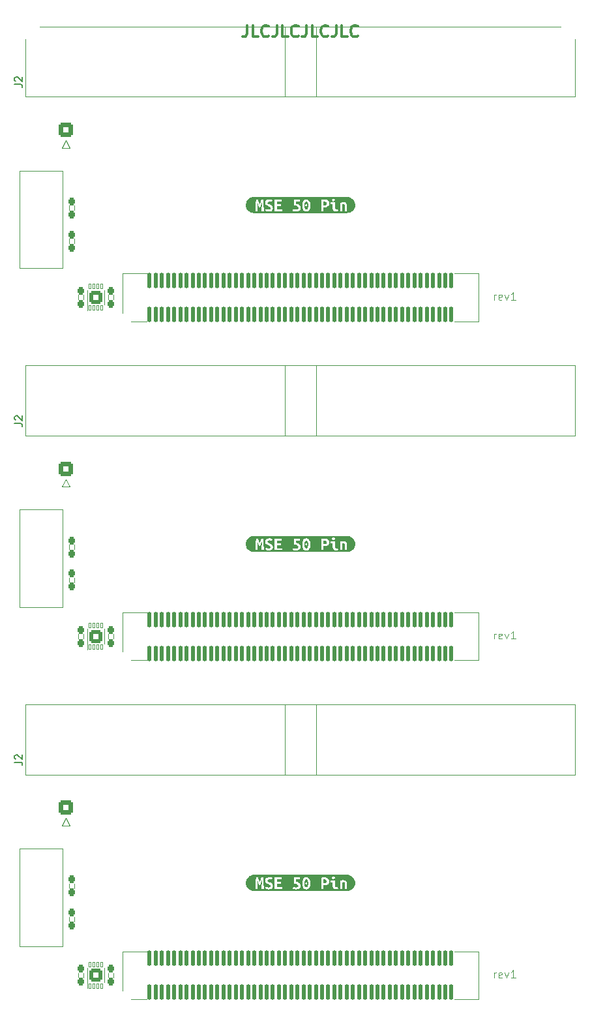
<source format=gto>
G04 #@! TF.GenerationSoftware,KiCad,Pcbnew,8.0.6*
G04 #@! TF.CreationDate,2024-11-07T02:27:35-08:00*
G04 #@! TF.ProjectId,mse-50-idc-panel,6d73652d-3530-42d6-9964-632d70616e65,1*
G04 #@! TF.SameCoordinates,Original*
G04 #@! TF.FileFunction,Legend,Top*
G04 #@! TF.FilePolarity,Positive*
%FSLAX46Y46*%
G04 Gerber Fmt 4.6, Leading zero omitted, Abs format (unit mm)*
G04 Created by KiCad (PCBNEW 8.0.6) date 2024-11-07 02:27:35*
%MOMM*%
%LPD*%
G01*
G04 APERTURE LIST*
G04 Aperture macros list*
%AMRoundRect*
0 Rectangle with rounded corners*
0 $1 Rounding radius*
0 $2 $3 $4 $5 $6 $7 $8 $9 X,Y pos of 4 corners*
0 Add a 4 corners polygon primitive as box body*
4,1,4,$2,$3,$4,$5,$6,$7,$8,$9,$2,$3,0*
0 Add four circle primitives for the rounded corners*
1,1,$1+$1,$2,$3*
1,1,$1+$1,$4,$5*
1,1,$1+$1,$6,$7*
1,1,$1+$1,$8,$9*
0 Add four rect primitives between the rounded corners*
20,1,$1+$1,$2,$3,$4,$5,0*
20,1,$1+$1,$4,$5,$6,$7,0*
20,1,$1+$1,$6,$7,$8,$9,0*
20,1,$1+$1,$8,$9,$2,$3,0*%
G04 Aperture macros list end*
%ADD10C,0.100000*%
%ADD11C,0.300000*%
%ADD12C,0.150000*%
%ADD13C,0.120000*%
%ADD14C,0.000000*%
%ADD15C,0.500000*%
%ADD16RoundRect,0.264706X0.635294X-0.635294X0.635294X0.635294X-0.635294X0.635294X-0.635294X-0.635294X0*%
%ADD17C,1.800000*%
%ADD18C,6.500000*%
%ADD19RoundRect,0.062500X0.137500X-0.287500X0.137500X0.287500X-0.137500X0.287500X-0.137500X-0.287500X0*%
%ADD20RoundRect,0.265625X0.584375X-0.584375X0.584375X0.584375X-0.584375X0.584375X-0.584375X-0.584375X0*%
%ADD21RoundRect,0.225000X-0.225000X0.275000X-0.225000X-0.275000X0.225000X-0.275000X0.225000X0.275000X0*%
%ADD22C,2.300000*%
%ADD23C,2.700000*%
%ADD24C,1.950000*%
%ADD25RoundRect,0.225000X0.225000X-0.275000X0.225000X0.275000X-0.225000X0.275000X-0.225000X-0.275000X0*%
%ADD26C,0.800000*%
%ADD27C,1.200000*%
%ADD28RoundRect,0.125000X0.125000X0.925000X-0.125000X0.925000X-0.125000X-0.925000X0.125000X-0.925000X0*%
%ADD29C,2.500000*%
G04 APERTURE END LIST*
D10*
X-12357143Y98679581D02*
X-12357143Y99346248D01*
X-12357143Y99155772D02*
X-12309524Y99251010D01*
X-12309524Y99251010D02*
X-12261905Y99298629D01*
X-12261905Y99298629D02*
X-12166667Y99346248D01*
X-12166667Y99346248D02*
X-12071429Y99346248D01*
X-11357143Y98727200D02*
X-11452381Y98679581D01*
X-11452381Y98679581D02*
X-11642857Y98679581D01*
X-11642857Y98679581D02*
X-11738095Y98727200D01*
X-11738095Y98727200D02*
X-11785714Y98822439D01*
X-11785714Y98822439D02*
X-11785714Y99203391D01*
X-11785714Y99203391D02*
X-11738095Y99298629D01*
X-11738095Y99298629D02*
X-11642857Y99346248D01*
X-11642857Y99346248D02*
X-11452381Y99346248D01*
X-11452381Y99346248D02*
X-11357143Y99298629D01*
X-11357143Y99298629D02*
X-11309524Y99203391D01*
X-11309524Y99203391D02*
X-11309524Y99108153D01*
X-11309524Y99108153D02*
X-11785714Y99012915D01*
X-10976190Y99346248D02*
X-10738095Y98679581D01*
X-10738095Y98679581D02*
X-10500000Y99346248D01*
X-9595238Y98679581D02*
X-10166666Y98679581D01*
X-9880952Y98679581D02*
X-9880952Y99679581D01*
X-9880952Y99679581D02*
X-9976190Y99536724D01*
X-9976190Y99536724D02*
X-10071428Y99441486D01*
X-10071428Y99441486D02*
X-10166666Y99393867D01*
D11*
X-44428572Y134325172D02*
X-44428572Y133253743D01*
X-44428572Y133253743D02*
X-44500001Y133039458D01*
X-44500001Y133039458D02*
X-44642858Y132896600D01*
X-44642858Y132896600D02*
X-44857144Y132825172D01*
X-44857144Y132825172D02*
X-45000001Y132825172D01*
X-43000001Y132825172D02*
X-43714287Y132825172D01*
X-43714287Y132825172D02*
X-43714287Y134325172D01*
X-41642858Y132968029D02*
X-41714286Y132896600D01*
X-41714286Y132896600D02*
X-41928572Y132825172D01*
X-41928572Y132825172D02*
X-42071429Y132825172D01*
X-42071429Y132825172D02*
X-42285715Y132896600D01*
X-42285715Y132896600D02*
X-42428572Y133039458D01*
X-42428572Y133039458D02*
X-42500001Y133182315D01*
X-42500001Y133182315D02*
X-42571429Y133468029D01*
X-42571429Y133468029D02*
X-42571429Y133682315D01*
X-42571429Y133682315D02*
X-42500001Y133968029D01*
X-42500001Y133968029D02*
X-42428572Y134110886D01*
X-42428572Y134110886D02*
X-42285715Y134253743D01*
X-42285715Y134253743D02*
X-42071429Y134325172D01*
X-42071429Y134325172D02*
X-41928572Y134325172D01*
X-41928572Y134325172D02*
X-41714286Y134253743D01*
X-41714286Y134253743D02*
X-41642858Y134182315D01*
X-40571429Y134325172D02*
X-40571429Y133253743D01*
X-40571429Y133253743D02*
X-40642858Y133039458D01*
X-40642858Y133039458D02*
X-40785715Y132896600D01*
X-40785715Y132896600D02*
X-41000001Y132825172D01*
X-41000001Y132825172D02*
X-41142858Y132825172D01*
X-39142858Y132825172D02*
X-39857144Y132825172D01*
X-39857144Y132825172D02*
X-39857144Y134325172D01*
X-37785715Y132968029D02*
X-37857143Y132896600D01*
X-37857143Y132896600D02*
X-38071429Y132825172D01*
X-38071429Y132825172D02*
X-38214286Y132825172D01*
X-38214286Y132825172D02*
X-38428572Y132896600D01*
X-38428572Y132896600D02*
X-38571429Y133039458D01*
X-38571429Y133039458D02*
X-38642858Y133182315D01*
X-38642858Y133182315D02*
X-38714286Y133468029D01*
X-38714286Y133468029D02*
X-38714286Y133682315D01*
X-38714286Y133682315D02*
X-38642858Y133968029D01*
X-38642858Y133968029D02*
X-38571429Y134110886D01*
X-38571429Y134110886D02*
X-38428572Y134253743D01*
X-38428572Y134253743D02*
X-38214286Y134325172D01*
X-38214286Y134325172D02*
X-38071429Y134325172D01*
X-38071429Y134325172D02*
X-37857143Y134253743D01*
X-37857143Y134253743D02*
X-37785715Y134182315D01*
X-36714286Y134325172D02*
X-36714286Y133253743D01*
X-36714286Y133253743D02*
X-36785715Y133039458D01*
X-36785715Y133039458D02*
X-36928572Y132896600D01*
X-36928572Y132896600D02*
X-37142858Y132825172D01*
X-37142858Y132825172D02*
X-37285715Y132825172D01*
X-35285715Y132825172D02*
X-36000001Y132825172D01*
X-36000001Y132825172D02*
X-36000001Y134325172D01*
X-33928572Y132968029D02*
X-34000000Y132896600D01*
X-34000000Y132896600D02*
X-34214286Y132825172D01*
X-34214286Y132825172D02*
X-34357143Y132825172D01*
X-34357143Y132825172D02*
X-34571429Y132896600D01*
X-34571429Y132896600D02*
X-34714286Y133039458D01*
X-34714286Y133039458D02*
X-34785715Y133182315D01*
X-34785715Y133182315D02*
X-34857143Y133468029D01*
X-34857143Y133468029D02*
X-34857143Y133682315D01*
X-34857143Y133682315D02*
X-34785715Y133968029D01*
X-34785715Y133968029D02*
X-34714286Y134110886D01*
X-34714286Y134110886D02*
X-34571429Y134253743D01*
X-34571429Y134253743D02*
X-34357143Y134325172D01*
X-34357143Y134325172D02*
X-34214286Y134325172D01*
X-34214286Y134325172D02*
X-34000000Y134253743D01*
X-34000000Y134253743D02*
X-33928572Y134182315D01*
X-32857143Y134325172D02*
X-32857143Y133253743D01*
X-32857143Y133253743D02*
X-32928572Y133039458D01*
X-32928572Y133039458D02*
X-33071429Y132896600D01*
X-33071429Y132896600D02*
X-33285715Y132825172D01*
X-33285715Y132825172D02*
X-33428572Y132825172D01*
X-31428572Y132825172D02*
X-32142858Y132825172D01*
X-32142858Y132825172D02*
X-32142858Y134325172D01*
X-30071429Y132968029D02*
X-30142857Y132896600D01*
X-30142857Y132896600D02*
X-30357143Y132825172D01*
X-30357143Y132825172D02*
X-30500000Y132825172D01*
X-30500000Y132825172D02*
X-30714286Y132896600D01*
X-30714286Y132896600D02*
X-30857143Y133039458D01*
X-30857143Y133039458D02*
X-30928572Y133182315D01*
X-30928572Y133182315D02*
X-31000000Y133468029D01*
X-31000000Y133468029D02*
X-31000000Y133682315D01*
X-31000000Y133682315D02*
X-30928572Y133968029D01*
X-30928572Y133968029D02*
X-30857143Y134110886D01*
X-30857143Y134110886D02*
X-30714286Y134253743D01*
X-30714286Y134253743D02*
X-30500000Y134325172D01*
X-30500000Y134325172D02*
X-30357143Y134325172D01*
X-30357143Y134325172D02*
X-30142857Y134253743D01*
X-30142857Y134253743D02*
X-30071429Y134182315D01*
D10*
X-12357143Y54679581D02*
X-12357143Y55346248D01*
X-12357143Y55155772D02*
X-12309524Y55251010D01*
X-12309524Y55251010D02*
X-12261905Y55298629D01*
X-12261905Y55298629D02*
X-12166667Y55346248D01*
X-12166667Y55346248D02*
X-12071429Y55346248D01*
X-11357143Y54727200D02*
X-11452381Y54679581D01*
X-11452381Y54679581D02*
X-11642857Y54679581D01*
X-11642857Y54679581D02*
X-11738095Y54727200D01*
X-11738095Y54727200D02*
X-11785714Y54822439D01*
X-11785714Y54822439D02*
X-11785714Y55203391D01*
X-11785714Y55203391D02*
X-11738095Y55298629D01*
X-11738095Y55298629D02*
X-11642857Y55346248D01*
X-11642857Y55346248D02*
X-11452381Y55346248D01*
X-11452381Y55346248D02*
X-11357143Y55298629D01*
X-11357143Y55298629D02*
X-11309524Y55203391D01*
X-11309524Y55203391D02*
X-11309524Y55108153D01*
X-11309524Y55108153D02*
X-11785714Y55012915D01*
X-10976190Y55346248D02*
X-10738095Y54679581D01*
X-10738095Y54679581D02*
X-10500000Y55346248D01*
X-9595238Y54679581D02*
X-10166666Y54679581D01*
X-9880952Y54679581D02*
X-9880952Y55679581D01*
X-9880952Y55679581D02*
X-9976190Y55536724D01*
X-9976190Y55536724D02*
X-10071428Y55441486D01*
X-10071428Y55441486D02*
X-10166666Y55393867D01*
X-12357143Y10679581D02*
X-12357143Y11346248D01*
X-12357143Y11155772D02*
X-12309524Y11251010D01*
X-12309524Y11251010D02*
X-12261905Y11298629D01*
X-12261905Y11298629D02*
X-12166667Y11346248D01*
X-12166667Y11346248D02*
X-12071429Y11346248D01*
X-11357143Y10727200D02*
X-11452381Y10679581D01*
X-11452381Y10679581D02*
X-11642857Y10679581D01*
X-11642857Y10679581D02*
X-11738095Y10727200D01*
X-11738095Y10727200D02*
X-11785714Y10822439D01*
X-11785714Y10822439D02*
X-11785714Y11203391D01*
X-11785714Y11203391D02*
X-11738095Y11298629D01*
X-11738095Y11298629D02*
X-11642857Y11346248D01*
X-11642857Y11346248D02*
X-11452381Y11346248D01*
X-11452381Y11346248D02*
X-11357143Y11298629D01*
X-11357143Y11298629D02*
X-11309524Y11203391D01*
X-11309524Y11203391D02*
X-11309524Y11108153D01*
X-11309524Y11108153D02*
X-11785714Y11012915D01*
X-10976190Y11346248D02*
X-10738095Y10679581D01*
X-10738095Y10679581D02*
X-10500000Y11346248D01*
X-9595238Y10679581D02*
X-10166666Y10679581D01*
X-9880952Y10679581D02*
X-9880952Y11679581D01*
X-9880952Y11679581D02*
X-9976190Y11536724D01*
X-9976190Y11536724D02*
X-10071428Y11441486D01*
X-10071428Y11441486D02*
X-10166666Y11393867D01*
D12*
X-74625181Y38643667D02*
X-73910896Y38643667D01*
X-73910896Y38643667D02*
X-73768039Y38596048D01*
X-73768039Y38596048D02*
X-73672800Y38500810D01*
X-73672800Y38500810D02*
X-73625181Y38357953D01*
X-73625181Y38357953D02*
X-73625181Y38262715D01*
X-74529943Y39072239D02*
X-74577562Y39119858D01*
X-74577562Y39119858D02*
X-74625181Y39215096D01*
X-74625181Y39215096D02*
X-74625181Y39453191D01*
X-74625181Y39453191D02*
X-74577562Y39548429D01*
X-74577562Y39548429D02*
X-74529943Y39596048D01*
X-74529943Y39596048D02*
X-74434705Y39643667D01*
X-74434705Y39643667D02*
X-74339467Y39643667D01*
X-74339467Y39643667D02*
X-74196610Y39596048D01*
X-74196610Y39596048D02*
X-73625181Y39024620D01*
X-73625181Y39024620D02*
X-73625181Y39643667D01*
X-74625181Y82643667D02*
X-73910896Y82643667D01*
X-73910896Y82643667D02*
X-73768039Y82596048D01*
X-73768039Y82596048D02*
X-73672800Y82500810D01*
X-73672800Y82500810D02*
X-73625181Y82357953D01*
X-73625181Y82357953D02*
X-73625181Y82262715D01*
X-74529943Y83072239D02*
X-74577562Y83119858D01*
X-74577562Y83119858D02*
X-74625181Y83215096D01*
X-74625181Y83215096D02*
X-74625181Y83453191D01*
X-74625181Y83453191D02*
X-74577562Y83548429D01*
X-74577562Y83548429D02*
X-74529943Y83596048D01*
X-74529943Y83596048D02*
X-74434705Y83643667D01*
X-74434705Y83643667D02*
X-74339467Y83643667D01*
X-74339467Y83643667D02*
X-74196610Y83596048D01*
X-74196610Y83596048D02*
X-73625181Y83024620D01*
X-73625181Y83024620D02*
X-73625181Y83643667D01*
X-74625181Y126643667D02*
X-73910896Y126643667D01*
X-73910896Y126643667D02*
X-73768039Y126596048D01*
X-73768039Y126596048D02*
X-73672800Y126500810D01*
X-73672800Y126500810D02*
X-73625181Y126357953D01*
X-73625181Y126357953D02*
X-73625181Y126262715D01*
X-74529943Y127072239D02*
X-74577562Y127119858D01*
X-74577562Y127119858D02*
X-74625181Y127215096D01*
X-74625181Y127215096D02*
X-74625181Y127453191D01*
X-74625181Y127453191D02*
X-74577562Y127548429D01*
X-74577562Y127548429D02*
X-74529943Y127596048D01*
X-74529943Y127596048D02*
X-74434705Y127643667D01*
X-74434705Y127643667D02*
X-74339467Y127643667D01*
X-74339467Y127643667D02*
X-74196610Y127596048D01*
X-74196610Y127596048D02*
X-73625181Y127024620D01*
X-73625181Y127024620D02*
X-73625181Y127643667D01*
D13*
G04 #@! TO.C,J2*
X-73190000Y46152000D02*
X-1810000Y46152000D01*
X-73190000Y37032000D02*
X-73190000Y46152000D01*
X-68479999Y30412000D02*
X-67480001Y30412000D01*
X-67980000Y31412000D02*
X-68479999Y30412000D01*
X-67480001Y30412000D02*
X-67980000Y31412000D01*
X-39550000Y37032000D02*
X-39550000Y46152000D01*
X-35449999Y37032000D02*
X-35450000Y46152000D01*
X-1810000Y46152000D02*
X-1810000Y37032000D01*
X-1810000Y37032000D02*
X-73190000Y37032000D01*
D10*
G04 #@! TO.C,U1*
X-65200000Y97302000D02*
X-65200000Y99952000D01*
X-63000000Y99952000D02*
X-63000000Y98052000D01*
D13*
G04 #@! TO.C,J2*
X-73190000Y90152000D02*
X-1810000Y90152000D01*
X-73190000Y81032000D02*
X-73190000Y90152000D01*
X-68479999Y74412000D02*
X-67480001Y74412000D01*
X-67980000Y75412000D02*
X-68479999Y74412000D01*
X-67480001Y74412000D02*
X-67980000Y75412000D01*
X-39550000Y81032000D02*
X-39550000Y90152000D01*
X-35449999Y81032000D02*
X-35450000Y90152000D01*
X-1810000Y90152000D02*
X-1810000Y81032000D01*
X-1810000Y81032000D02*
X-73190000Y81032000D01*
D10*
G04 #@! TO.C,R2*
X-67549999Y22902000D02*
X-67549999Y22302000D01*
X-66850001Y22302000D02*
X-66850001Y22902000D01*
G04 #@! TO.C,J3*
X-73970000Y71442000D02*
X-68370000Y71442000D01*
X-68370000Y58772000D01*
X-73970000Y58772000D01*
X-73970000Y71442000D01*
G04 #@! TO.C,R2*
X-67549999Y110902000D02*
X-67549999Y110302000D01*
X-66850001Y110302000D02*
X-66850001Y110902000D01*
G04 #@! TO.C,R1*
X-62499999Y55302000D02*
X-62499999Y54702000D01*
X-61800001Y54702000D02*
X-61800001Y55302000D01*
D14*
G04 #@! TO.C,kibuzzard-672C68B6*
G36*
X-34248586Y111433038D02*
G01*
X-34165287Y111392145D01*
X-34111672Y111318539D01*
X-34093800Y111206766D01*
X-34111975Y111088935D01*
X-34166498Y111011693D01*
X-34256765Y110968983D01*
X-34382169Y110954746D01*
X-34503332Y110954746D01*
X-34503332Y111439399D01*
X-34429422Y111445457D01*
X-34355513Y111446669D01*
X-34248586Y111433038D01*
G37*
G36*
X-36640953Y111434855D02*
G01*
X-36561894Y111333987D01*
X-36526218Y111230729D01*
X-36504813Y111100277D01*
X-36497678Y110942630D01*
X-36504813Y110783637D01*
X-36526218Y110652377D01*
X-36561894Y110548850D01*
X-36640953Y110447981D01*
X-36747274Y110415108D01*
X-36749697Y110414359D01*
X-36856926Y110447981D01*
X-36936288Y110548850D01*
X-36972637Y110652377D01*
X-36994447Y110783637D01*
X-37001716Y110942630D01*
X-37000599Y110966863D01*
X-36882977Y110966863D01*
X-36846628Y110854181D01*
X-36747274Y110806927D01*
X-36651555Y110854181D01*
X-36613994Y110966863D01*
X-36651555Y111080756D01*
X-36747274Y111129221D01*
X-36846628Y111080756D01*
X-36882977Y110966863D01*
X-37000599Y110966863D01*
X-36994447Y111100277D01*
X-36972637Y111230729D01*
X-36936288Y111333987D01*
X-36856926Y111434855D01*
X-36749697Y111468478D01*
X-36640953Y111434855D01*
G37*
G36*
X-31337556Y112043407D02*
G01*
X-31235974Y112028339D01*
X-31136358Y112003386D01*
X-31039668Y111968790D01*
X-30946834Y111924883D01*
X-30858751Y111872088D01*
X-30776267Y111810914D01*
X-30700176Y111741949D01*
X-30631212Y111665858D01*
X-30570037Y111583374D01*
X-30517242Y111495291D01*
X-30473335Y111402458D01*
X-30438739Y111305767D01*
X-30413786Y111206151D01*
X-30398718Y111104570D01*
X-30393679Y111002000D01*
X-30398718Y110899430D01*
X-30413786Y110797849D01*
X-30438739Y110698233D01*
X-30473335Y110601542D01*
X-30517242Y110508709D01*
X-30570037Y110420626D01*
X-30631212Y110338142D01*
X-30700176Y110262051D01*
X-30776267Y110193086D01*
X-30858751Y110131912D01*
X-30946834Y110079117D01*
X-31039668Y110035210D01*
X-31136358Y110000614D01*
X-31235974Y109975661D01*
X-31337556Y109960593D01*
X-31440125Y109955554D01*
X-31440327Y109955554D01*
X-32911248Y109955554D01*
X-34503332Y109955554D01*
X-36749697Y109955554D01*
X-38077645Y109955554D01*
X-40837742Y109955554D01*
X-41639842Y109955554D01*
X-42257775Y109955554D01*
X-43357936Y109955554D01*
X-43559875Y109955554D01*
X-43662444Y109960593D01*
X-43764026Y109975661D01*
X-43863642Y110000614D01*
X-43960332Y110035210D01*
X-44053166Y110079117D01*
X-44141249Y110131912D01*
X-44218217Y110188995D01*
X-43357936Y110188995D01*
X-43084107Y110188995D01*
X-43096224Y111354585D01*
X-42919326Y110719690D01*
X-42701232Y110719690D01*
X-42517064Y111354585D01*
X-42531603Y110188995D01*
X-42257775Y110188995D01*
X-42260118Y110271386D01*
X-42105109Y110271386D01*
X-41937904Y110197477D01*
X-41807653Y110167489D01*
X-41639842Y110157493D01*
X-41469810Y110170282D01*
X-41402247Y110188995D01*
X-40837742Y110188995D01*
X-39875707Y110188995D01*
X-39875707Y110235037D01*
X-38482330Y110235037D01*
X-38413267Y110208381D01*
X-38312702Y110182937D01*
X-38196385Y110164763D01*
X-38077645Y110157493D01*
X-37938914Y110166580D01*
X-37818356Y110193842D01*
X-37715973Y110237460D01*
X-37631765Y110295619D01*
X-37520295Y110449496D01*
X-37483946Y110642145D01*
X-37500370Y110782695D01*
X-37549643Y110900627D01*
X-37585832Y110942630D01*
X-37270699Y110942630D01*
X-37262369Y110756645D01*
X-37237379Y110596103D01*
X-37195729Y110461006D01*
X-37137419Y110351354D01*
X-37035104Y110243653D01*
X-36905863Y110179033D01*
X-36749697Y110157493D01*
X-36593531Y110179033D01*
X-36464291Y110243653D01*
X-36361975Y110351354D01*
X-36303665Y110461006D01*
X-36262015Y110596103D01*
X-36237025Y110756645D01*
X-36228695Y110942630D01*
X-36237025Y111127480D01*
X-36262015Y111287036D01*
X-36303665Y111421300D01*
X-36361975Y111530271D01*
X-36464291Y111637299D01*
X-36529318Y111669609D01*
X-34801393Y111669609D01*
X-34801393Y110188995D01*
X-34503332Y110188995D01*
X-34503332Y110695457D01*
X-34396708Y110695457D01*
X-34217522Y110708785D01*
X-34067683Y110748769D01*
X-33947193Y110815409D01*
X-33859013Y110911935D01*
X-33806105Y111041580D01*
X-33788469Y111204342D01*
X-33801892Y111327929D01*
X-33633380Y111327929D01*
X-33633380Y111080756D01*
X-33318356Y111080756D01*
X-33318356Y110661532D01*
X-33313510Y110549456D01*
X-33298970Y110450708D01*
X-33232330Y110294407D01*
X-33106321Y110196265D01*
X-33018174Y110170821D01*
X-32911248Y110162339D01*
X-32762217Y110178090D01*
X-32588954Y110237460D01*
X-32627726Y110477363D01*
X-32758582Y110432533D01*
X-32857936Y110421628D01*
X-32982734Y110471305D01*
X-33020295Y110622759D01*
X-33020295Y111291580D01*
X-32356321Y111291580D01*
X-32356321Y110188995D01*
X-32058259Y110188995D01*
X-32058259Y111083179D01*
X-31989196Y111090449D01*
X-31922557Y111092872D01*
X-31774737Y111022598D01*
X-31747476Y110929908D01*
X-31738389Y110792388D01*
X-31738389Y110188995D01*
X-31440327Y110188995D01*
X-31440327Y110831160D01*
X-31445779Y110942327D01*
X-31462137Y111043195D01*
X-31536046Y111207977D01*
X-31677807Y111314601D01*
X-31778978Y111342771D01*
X-31903170Y111352162D01*
X-32036147Y111347315D01*
X-32158825Y111332775D01*
X-32266963Y111312784D01*
X-32356321Y111291580D01*
X-33020295Y111291580D01*
X-33020295Y111327929D01*
X-33221426Y111327929D01*
X-33633380Y111327929D01*
X-33801892Y111327929D01*
X-33805971Y111365489D01*
X-33858475Y111493519D01*
X-33945981Y111588430D01*
X-34065260Y111653723D01*
X-34070339Y111655069D01*
X-33408017Y111655069D01*
X-33353494Y111516943D01*
X-33221426Y111466055D01*
X-33088146Y111516943D01*
X-33032411Y111655069D01*
X-33088146Y111795619D01*
X-33221426Y111846507D01*
X-33353494Y111795619D01*
X-33408017Y111655069D01*
X-34070339Y111655069D01*
X-34213079Y111692899D01*
X-34389439Y111705958D01*
X-34483946Y111703535D01*
X-34592993Y111697477D01*
X-34703251Y111686572D01*
X-34801393Y111669609D01*
X-36529318Y111669609D01*
X-36593531Y111701515D01*
X-36749697Y111722921D01*
X-36903440Y111701381D01*
X-37031873Y111636760D01*
X-37134996Y111529060D01*
X-37194366Y111419710D01*
X-37236773Y111285522D01*
X-37262217Y111126495D01*
X-37270699Y110942630D01*
X-37585832Y110942630D01*
X-37631765Y110995942D01*
X-37747274Y111068101D01*
X-37896708Y111116567D01*
X-38080069Y111141338D01*
X-38067952Y111279464D01*
X-38055836Y111441822D01*
X-37539681Y111441822D01*
X-37539681Y111688995D01*
X-38305432Y111688995D01*
X-38314519Y111503918D01*
X-38327242Y111312178D01*
X-38344204Y111114985D01*
X-38366014Y110913551D01*
X-38199414Y110908401D01*
X-38067952Y110892953D01*
X-37892266Y110834795D01*
X-37809875Y110745134D01*
X-37789277Y110630029D01*
X-37801393Y110550061D01*
X-37846224Y110480998D01*
X-37935884Y110431321D01*
X-38080069Y110411935D01*
X-38193356Y110417388D01*
X-38286046Y110433745D01*
X-38421749Y110482210D01*
X-38482330Y110235037D01*
X-39875707Y110235037D01*
X-39875707Y110436168D01*
X-40539681Y110436168D01*
X-40539681Y110857816D01*
X-40008986Y110857816D01*
X-40008986Y111104989D01*
X-40539681Y111104989D01*
X-40539681Y111441822D01*
X-39929019Y111441822D01*
X-39929019Y111688995D01*
X-40837742Y111688995D01*
X-40837742Y110188995D01*
X-41402247Y110188995D01*
X-41331280Y110208651D01*
X-41224253Y110272598D01*
X-41121567Y110411632D01*
X-41087338Y110598527D01*
X-41097637Y110711511D01*
X-41128534Y110803292D01*
X-41233946Y110938995D01*
X-41374495Y111026233D01*
X-41521103Y111085603D01*
X-41614398Y111121952D01*
X-41699212Y111166782D01*
X-41761006Y111224940D01*
X-41785238Y111301273D01*
X-41758852Y111396857D01*
X-41679692Y111454208D01*
X-41547758Y111473325D01*
X-41376918Y111449092D01*
X-41242427Y111390934D01*
X-41155190Y111621144D01*
X-41328453Y111691418D01*
X-41440226Y111715045D01*
X-41569568Y111722921D01*
X-41718060Y111709728D01*
X-41843666Y111670148D01*
X-41946385Y111604181D01*
X-42049071Y111462420D01*
X-42083300Y111274617D01*
X-42044527Y111096507D01*
X-41946385Y110976556D01*
X-41814317Y110896588D01*
X-41673768Y110840853D01*
X-41571991Y110798446D01*
X-41479907Y110747557D01*
X-41412056Y110683341D01*
X-41385400Y110600950D01*
X-41396305Y110529464D01*
X-41436288Y110466459D01*
X-41515044Y110422840D01*
X-41639842Y110407089D01*
X-41760703Y110415570D01*
X-41861571Y110441015D01*
X-42017872Y110513712D01*
X-42105109Y110271386D01*
X-42260118Y110271386D01*
X-42263227Y110380736D01*
X-42269891Y110568236D01*
X-42278069Y110753010D01*
X-42288065Y110936572D01*
X-42300182Y111120437D01*
X-42314721Y111306120D01*
X-42330775Y111495134D01*
X-42347435Y111688995D01*
X-42594608Y111688995D01*
X-42638227Y111560562D01*
X-42691539Y111394569D01*
X-42752120Y111210401D01*
X-42812702Y111025021D01*
X-42868437Y111199496D01*
X-42926595Y111386087D01*
X-42981119Y111558139D01*
X-43023526Y111688995D01*
X-43270699Y111688995D01*
X-43286753Y111524819D01*
X-43300989Y111347315D01*
X-43313409Y111160118D01*
X-43324011Y110966863D01*
X-43333401Y110769973D01*
X-43342185Y110571871D01*
X-43350363Y110376798D01*
X-43357936Y110188995D01*
X-44218217Y110188995D01*
X-44223733Y110193086D01*
X-44299824Y110262051D01*
X-44368788Y110338142D01*
X-44429963Y110420626D01*
X-44482758Y110508709D01*
X-44526665Y110601542D01*
X-44561261Y110698233D01*
X-44586214Y110797849D01*
X-44601282Y110899430D01*
X-44606321Y111002000D01*
X-44601282Y111104570D01*
X-44586214Y111206151D01*
X-44561261Y111305767D01*
X-44526665Y111402458D01*
X-44482758Y111495291D01*
X-44429963Y111583374D01*
X-44368788Y111665858D01*
X-44299824Y111741949D01*
X-44223733Y111810914D01*
X-44141249Y111872088D01*
X-44053166Y111924883D01*
X-43960332Y111968790D01*
X-43863642Y112003386D01*
X-43764026Y112028339D01*
X-43662444Y112043407D01*
X-43559875Y112048446D01*
X-43357936Y112048446D01*
X-31440327Y112048446D01*
X-31440125Y112048446D01*
X-31337556Y112043407D01*
G37*
D10*
G04 #@! TO.C,R2*
X-67549999Y66902000D02*
X-67549999Y66302000D01*
X-66850001Y66302000D02*
X-66850001Y66902000D01*
D13*
G04 #@! TO.C,J1*
X-60600001Y14102000D02*
X-60600000Y9002000D01*
X-60600001Y14102000D02*
X-57500001Y14102000D01*
X-59500000Y7902000D02*
X-57500001Y7902000D01*
X-17499999Y14102000D02*
X-14399999Y14102000D01*
X-17499999Y7902000D02*
X-14399999Y7902000D01*
X-14399999Y14102000D02*
X-14399999Y7902000D01*
D10*
G04 #@! TO.C,R3*
X-67549999Y106602000D02*
X-67549999Y106002000D01*
X-66850001Y106002000D02*
X-66850001Y106602000D01*
G04 #@! TO.C,R1*
X-62499999Y11302000D02*
X-62499999Y10702000D01*
X-61800001Y10702000D02*
X-61800001Y11302000D01*
X-62499999Y99302000D02*
X-62499999Y98702000D01*
X-61800001Y98702000D02*
X-61800001Y99302000D01*
G04 #@! TO.C,R3*
X-67549999Y62602000D02*
X-67549999Y62002000D01*
X-66850001Y62002000D02*
X-66850001Y62602000D01*
X-67549999Y18602000D02*
X-67549999Y18002000D01*
X-66850001Y18002000D02*
X-66850001Y18602000D01*
D14*
G04 #@! TO.C,kibuzzard-672C68B6*
G36*
X-34248586Y23433038D02*
G01*
X-34165287Y23392145D01*
X-34111672Y23318539D01*
X-34093800Y23206766D01*
X-34111975Y23088935D01*
X-34166498Y23011693D01*
X-34256765Y22968983D01*
X-34382169Y22954746D01*
X-34503332Y22954746D01*
X-34503332Y23439399D01*
X-34429422Y23445457D01*
X-34355513Y23446669D01*
X-34248586Y23433038D01*
G37*
G36*
X-36640953Y23434855D02*
G01*
X-36561894Y23333987D01*
X-36526218Y23230729D01*
X-36504813Y23100277D01*
X-36497678Y22942630D01*
X-36504813Y22783637D01*
X-36526218Y22652377D01*
X-36561894Y22548850D01*
X-36640953Y22447981D01*
X-36747274Y22415108D01*
X-36749697Y22414359D01*
X-36856926Y22447981D01*
X-36936288Y22548850D01*
X-36972637Y22652377D01*
X-36994447Y22783637D01*
X-37001716Y22942630D01*
X-37000599Y22966863D01*
X-36882977Y22966863D01*
X-36846628Y22854181D01*
X-36747274Y22806927D01*
X-36651555Y22854181D01*
X-36613994Y22966863D01*
X-36651555Y23080756D01*
X-36747274Y23129221D01*
X-36846628Y23080756D01*
X-36882977Y22966863D01*
X-37000599Y22966863D01*
X-36994447Y23100277D01*
X-36972637Y23230729D01*
X-36936288Y23333987D01*
X-36856926Y23434855D01*
X-36749697Y23468478D01*
X-36640953Y23434855D01*
G37*
G36*
X-31337556Y24043407D02*
G01*
X-31235974Y24028339D01*
X-31136358Y24003386D01*
X-31039668Y23968790D01*
X-30946834Y23924883D01*
X-30858751Y23872088D01*
X-30776267Y23810914D01*
X-30700176Y23741949D01*
X-30631212Y23665858D01*
X-30570037Y23583374D01*
X-30517242Y23495291D01*
X-30473335Y23402458D01*
X-30438739Y23305767D01*
X-30413786Y23206151D01*
X-30398718Y23104570D01*
X-30393679Y23002000D01*
X-30398718Y22899430D01*
X-30413786Y22797849D01*
X-30438739Y22698233D01*
X-30473335Y22601542D01*
X-30517242Y22508709D01*
X-30570037Y22420626D01*
X-30631212Y22338142D01*
X-30700176Y22262051D01*
X-30776267Y22193086D01*
X-30858751Y22131912D01*
X-30946834Y22079117D01*
X-31039668Y22035210D01*
X-31136358Y22000614D01*
X-31235974Y21975661D01*
X-31337556Y21960593D01*
X-31440125Y21955554D01*
X-31440327Y21955554D01*
X-32911248Y21955554D01*
X-34503332Y21955554D01*
X-36749697Y21955554D01*
X-38077645Y21955554D01*
X-40837742Y21955554D01*
X-41639842Y21955554D01*
X-42257775Y21955554D01*
X-43357936Y21955554D01*
X-43559875Y21955554D01*
X-43662444Y21960593D01*
X-43764026Y21975661D01*
X-43863642Y22000614D01*
X-43960332Y22035210D01*
X-44053166Y22079117D01*
X-44141249Y22131912D01*
X-44218217Y22188995D01*
X-43357936Y22188995D01*
X-43084107Y22188995D01*
X-43096224Y23354585D01*
X-42919326Y22719690D01*
X-42701232Y22719690D01*
X-42517064Y23354585D01*
X-42531603Y22188995D01*
X-42257775Y22188995D01*
X-42260118Y22271386D01*
X-42105109Y22271386D01*
X-41937904Y22197477D01*
X-41807653Y22167489D01*
X-41639842Y22157493D01*
X-41469810Y22170282D01*
X-41402247Y22188995D01*
X-40837742Y22188995D01*
X-39875707Y22188995D01*
X-39875707Y22235037D01*
X-38482330Y22235037D01*
X-38413267Y22208381D01*
X-38312702Y22182937D01*
X-38196385Y22164763D01*
X-38077645Y22157493D01*
X-37938914Y22166580D01*
X-37818356Y22193842D01*
X-37715973Y22237460D01*
X-37631765Y22295619D01*
X-37520295Y22449496D01*
X-37483946Y22642145D01*
X-37500370Y22782695D01*
X-37549643Y22900627D01*
X-37585832Y22942630D01*
X-37270699Y22942630D01*
X-37262369Y22756645D01*
X-37237379Y22596103D01*
X-37195729Y22461006D01*
X-37137419Y22351354D01*
X-37035104Y22243653D01*
X-36905863Y22179033D01*
X-36749697Y22157493D01*
X-36593531Y22179033D01*
X-36464291Y22243653D01*
X-36361975Y22351354D01*
X-36303665Y22461006D01*
X-36262015Y22596103D01*
X-36237025Y22756645D01*
X-36228695Y22942630D01*
X-36237025Y23127480D01*
X-36262015Y23287036D01*
X-36303665Y23421300D01*
X-36361975Y23530271D01*
X-36464291Y23637299D01*
X-36529318Y23669609D01*
X-34801393Y23669609D01*
X-34801393Y22188995D01*
X-34503332Y22188995D01*
X-34503332Y22695457D01*
X-34396708Y22695457D01*
X-34217522Y22708785D01*
X-34067683Y22748769D01*
X-33947193Y22815409D01*
X-33859013Y22911935D01*
X-33806105Y23041580D01*
X-33788469Y23204342D01*
X-33801892Y23327929D01*
X-33633380Y23327929D01*
X-33633380Y23080756D01*
X-33318356Y23080756D01*
X-33318356Y22661532D01*
X-33313510Y22549456D01*
X-33298970Y22450708D01*
X-33232330Y22294407D01*
X-33106321Y22196265D01*
X-33018174Y22170821D01*
X-32911248Y22162339D01*
X-32762217Y22178090D01*
X-32588954Y22237460D01*
X-32627726Y22477363D01*
X-32758582Y22432533D01*
X-32857936Y22421628D01*
X-32982734Y22471305D01*
X-33020295Y22622759D01*
X-33020295Y23291580D01*
X-32356321Y23291580D01*
X-32356321Y22188995D01*
X-32058259Y22188995D01*
X-32058259Y23083179D01*
X-31989196Y23090449D01*
X-31922557Y23092872D01*
X-31774737Y23022598D01*
X-31747476Y22929908D01*
X-31738389Y22792388D01*
X-31738389Y22188995D01*
X-31440327Y22188995D01*
X-31440327Y22831160D01*
X-31445779Y22942327D01*
X-31462137Y23043195D01*
X-31536046Y23207977D01*
X-31677807Y23314601D01*
X-31778978Y23342771D01*
X-31903170Y23352162D01*
X-32036147Y23347315D01*
X-32158825Y23332775D01*
X-32266963Y23312784D01*
X-32356321Y23291580D01*
X-33020295Y23291580D01*
X-33020295Y23327929D01*
X-33221426Y23327929D01*
X-33633380Y23327929D01*
X-33801892Y23327929D01*
X-33805971Y23365489D01*
X-33858475Y23493519D01*
X-33945981Y23588430D01*
X-34065260Y23653723D01*
X-34070339Y23655069D01*
X-33408017Y23655069D01*
X-33353494Y23516943D01*
X-33221426Y23466055D01*
X-33088146Y23516943D01*
X-33032411Y23655069D01*
X-33088146Y23795619D01*
X-33221426Y23846507D01*
X-33353494Y23795619D01*
X-33408017Y23655069D01*
X-34070339Y23655069D01*
X-34213079Y23692899D01*
X-34389439Y23705958D01*
X-34483946Y23703535D01*
X-34592993Y23697477D01*
X-34703251Y23686572D01*
X-34801393Y23669609D01*
X-36529318Y23669609D01*
X-36593531Y23701515D01*
X-36749697Y23722921D01*
X-36903440Y23701381D01*
X-37031873Y23636760D01*
X-37134996Y23529060D01*
X-37194366Y23419710D01*
X-37236773Y23285522D01*
X-37262217Y23126495D01*
X-37270699Y22942630D01*
X-37585832Y22942630D01*
X-37631765Y22995942D01*
X-37747274Y23068101D01*
X-37896708Y23116567D01*
X-38080069Y23141338D01*
X-38067952Y23279464D01*
X-38055836Y23441822D01*
X-37539681Y23441822D01*
X-37539681Y23688995D01*
X-38305432Y23688995D01*
X-38314519Y23503918D01*
X-38327242Y23312178D01*
X-38344204Y23114985D01*
X-38366014Y22913551D01*
X-38199414Y22908401D01*
X-38067952Y22892953D01*
X-37892266Y22834795D01*
X-37809875Y22745134D01*
X-37789277Y22630029D01*
X-37801393Y22550061D01*
X-37846224Y22480998D01*
X-37935884Y22431321D01*
X-38080069Y22411935D01*
X-38193356Y22417388D01*
X-38286046Y22433745D01*
X-38421749Y22482210D01*
X-38482330Y22235037D01*
X-39875707Y22235037D01*
X-39875707Y22436168D01*
X-40539681Y22436168D01*
X-40539681Y22857816D01*
X-40008986Y22857816D01*
X-40008986Y23104989D01*
X-40539681Y23104989D01*
X-40539681Y23441822D01*
X-39929019Y23441822D01*
X-39929019Y23688995D01*
X-40837742Y23688995D01*
X-40837742Y22188995D01*
X-41402247Y22188995D01*
X-41331280Y22208651D01*
X-41224253Y22272598D01*
X-41121567Y22411632D01*
X-41087338Y22598527D01*
X-41097637Y22711511D01*
X-41128534Y22803292D01*
X-41233946Y22938995D01*
X-41374495Y23026233D01*
X-41521103Y23085603D01*
X-41614398Y23121952D01*
X-41699212Y23166782D01*
X-41761006Y23224940D01*
X-41785238Y23301273D01*
X-41758852Y23396857D01*
X-41679692Y23454208D01*
X-41547758Y23473325D01*
X-41376918Y23449092D01*
X-41242427Y23390934D01*
X-41155190Y23621144D01*
X-41328453Y23691418D01*
X-41440226Y23715045D01*
X-41569568Y23722921D01*
X-41718060Y23709728D01*
X-41843666Y23670148D01*
X-41946385Y23604181D01*
X-42049071Y23462420D01*
X-42083300Y23274617D01*
X-42044527Y23096507D01*
X-41946385Y22976556D01*
X-41814317Y22896588D01*
X-41673768Y22840853D01*
X-41571991Y22798446D01*
X-41479907Y22747557D01*
X-41412056Y22683341D01*
X-41385400Y22600950D01*
X-41396305Y22529464D01*
X-41436288Y22466459D01*
X-41515044Y22422840D01*
X-41639842Y22407089D01*
X-41760703Y22415570D01*
X-41861571Y22441015D01*
X-42017872Y22513712D01*
X-42105109Y22271386D01*
X-42260118Y22271386D01*
X-42263227Y22380736D01*
X-42269891Y22568236D01*
X-42278069Y22753010D01*
X-42288065Y22936572D01*
X-42300182Y23120437D01*
X-42314721Y23306120D01*
X-42330775Y23495134D01*
X-42347435Y23688995D01*
X-42594608Y23688995D01*
X-42638227Y23560562D01*
X-42691539Y23394569D01*
X-42752120Y23210401D01*
X-42812702Y23025021D01*
X-42868437Y23199496D01*
X-42926595Y23386087D01*
X-42981119Y23558139D01*
X-43023526Y23688995D01*
X-43270699Y23688995D01*
X-43286753Y23524819D01*
X-43300989Y23347315D01*
X-43313409Y23160118D01*
X-43324011Y22966863D01*
X-43333401Y22769973D01*
X-43342185Y22571871D01*
X-43350363Y22376798D01*
X-43357936Y22188995D01*
X-44218217Y22188995D01*
X-44223733Y22193086D01*
X-44299824Y22262051D01*
X-44368788Y22338142D01*
X-44429963Y22420626D01*
X-44482758Y22508709D01*
X-44526665Y22601542D01*
X-44561261Y22698233D01*
X-44586214Y22797849D01*
X-44601282Y22899430D01*
X-44606321Y23002000D01*
X-44601282Y23104570D01*
X-44586214Y23206151D01*
X-44561261Y23305767D01*
X-44526665Y23402458D01*
X-44482758Y23495291D01*
X-44429963Y23583374D01*
X-44368788Y23665858D01*
X-44299824Y23741949D01*
X-44223733Y23810914D01*
X-44141249Y23872088D01*
X-44053166Y23924883D01*
X-43960332Y23968790D01*
X-43863642Y24003386D01*
X-43764026Y24028339D01*
X-43662444Y24043407D01*
X-43559875Y24048446D01*
X-43357936Y24048446D01*
X-31440327Y24048446D01*
X-31440125Y24048446D01*
X-31337556Y24043407D01*
G37*
D10*
G04 #@! TO.C,U1*
X-65200000Y53302000D02*
X-65200000Y55952000D01*
X-63000000Y55952000D02*
X-63000000Y54052000D01*
G04 #@! TO.C,C1*
X-66399999Y10702000D02*
X-66399999Y11302000D01*
X-65700001Y11302000D02*
X-65700001Y10702000D01*
D13*
G04 #@! TO.C,J2*
X-73190000Y134152000D02*
X-1810000Y134152000D01*
X-73190000Y125032000D02*
X-73190000Y134152000D01*
X-68479999Y118412000D02*
X-67480001Y118412000D01*
X-67980000Y119412000D02*
X-68479999Y118412000D01*
X-67480001Y118412000D02*
X-67980000Y119412000D01*
X-39550000Y125032000D02*
X-39550000Y134152000D01*
X-35449999Y125032000D02*
X-35450000Y134152000D01*
X-1810000Y134152000D02*
X-1810000Y125032000D01*
X-1810000Y125032000D02*
X-73190000Y125032000D01*
D10*
G04 #@! TO.C,C1*
X-66399999Y54702000D02*
X-66399999Y55302000D01*
X-65700001Y55302000D02*
X-65700001Y54702000D01*
D14*
G04 #@! TO.C,kibuzzard-672C68B6*
G36*
X-34248586Y67433038D02*
G01*
X-34165287Y67392145D01*
X-34111672Y67318539D01*
X-34093800Y67206766D01*
X-34111975Y67088935D01*
X-34166498Y67011693D01*
X-34256765Y66968983D01*
X-34382169Y66954746D01*
X-34503332Y66954746D01*
X-34503332Y67439399D01*
X-34429422Y67445457D01*
X-34355513Y67446669D01*
X-34248586Y67433038D01*
G37*
G36*
X-36640953Y67434855D02*
G01*
X-36561894Y67333987D01*
X-36526218Y67230729D01*
X-36504813Y67100277D01*
X-36497678Y66942630D01*
X-36504813Y66783637D01*
X-36526218Y66652377D01*
X-36561894Y66548850D01*
X-36640953Y66447981D01*
X-36747274Y66415108D01*
X-36749697Y66414359D01*
X-36856926Y66447981D01*
X-36936288Y66548850D01*
X-36972637Y66652377D01*
X-36994447Y66783637D01*
X-37001716Y66942630D01*
X-37000599Y66966863D01*
X-36882977Y66966863D01*
X-36846628Y66854181D01*
X-36747274Y66806927D01*
X-36651555Y66854181D01*
X-36613994Y66966863D01*
X-36651555Y67080756D01*
X-36747274Y67129221D01*
X-36846628Y67080756D01*
X-36882977Y66966863D01*
X-37000599Y66966863D01*
X-36994447Y67100277D01*
X-36972637Y67230729D01*
X-36936288Y67333987D01*
X-36856926Y67434855D01*
X-36749697Y67468478D01*
X-36640953Y67434855D01*
G37*
G36*
X-31337556Y68043407D02*
G01*
X-31235974Y68028339D01*
X-31136358Y68003386D01*
X-31039668Y67968790D01*
X-30946834Y67924883D01*
X-30858751Y67872088D01*
X-30776267Y67810914D01*
X-30700176Y67741949D01*
X-30631212Y67665858D01*
X-30570037Y67583374D01*
X-30517242Y67495291D01*
X-30473335Y67402458D01*
X-30438739Y67305767D01*
X-30413786Y67206151D01*
X-30398718Y67104570D01*
X-30393679Y67002000D01*
X-30398718Y66899430D01*
X-30413786Y66797849D01*
X-30438739Y66698233D01*
X-30473335Y66601542D01*
X-30517242Y66508709D01*
X-30570037Y66420626D01*
X-30631212Y66338142D01*
X-30700176Y66262051D01*
X-30776267Y66193086D01*
X-30858751Y66131912D01*
X-30946834Y66079117D01*
X-31039668Y66035210D01*
X-31136358Y66000614D01*
X-31235974Y65975661D01*
X-31337556Y65960593D01*
X-31440125Y65955554D01*
X-31440327Y65955554D01*
X-32911248Y65955554D01*
X-34503332Y65955554D01*
X-36749697Y65955554D01*
X-38077645Y65955554D01*
X-40837742Y65955554D01*
X-41639842Y65955554D01*
X-42257775Y65955554D01*
X-43357936Y65955554D01*
X-43559875Y65955554D01*
X-43662444Y65960593D01*
X-43764026Y65975661D01*
X-43863642Y66000614D01*
X-43960332Y66035210D01*
X-44053166Y66079117D01*
X-44141249Y66131912D01*
X-44218217Y66188995D01*
X-43357936Y66188995D01*
X-43084107Y66188995D01*
X-43096224Y67354585D01*
X-42919326Y66719690D01*
X-42701232Y66719690D01*
X-42517064Y67354585D01*
X-42531603Y66188995D01*
X-42257775Y66188995D01*
X-42260118Y66271386D01*
X-42105109Y66271386D01*
X-41937904Y66197477D01*
X-41807653Y66167489D01*
X-41639842Y66157493D01*
X-41469810Y66170282D01*
X-41402247Y66188995D01*
X-40837742Y66188995D01*
X-39875707Y66188995D01*
X-39875707Y66235037D01*
X-38482330Y66235037D01*
X-38413267Y66208381D01*
X-38312702Y66182937D01*
X-38196385Y66164763D01*
X-38077645Y66157493D01*
X-37938914Y66166580D01*
X-37818356Y66193842D01*
X-37715973Y66237460D01*
X-37631765Y66295619D01*
X-37520295Y66449496D01*
X-37483946Y66642145D01*
X-37500370Y66782695D01*
X-37549643Y66900627D01*
X-37585832Y66942630D01*
X-37270699Y66942630D01*
X-37262369Y66756645D01*
X-37237379Y66596103D01*
X-37195729Y66461006D01*
X-37137419Y66351354D01*
X-37035104Y66243653D01*
X-36905863Y66179033D01*
X-36749697Y66157493D01*
X-36593531Y66179033D01*
X-36464291Y66243653D01*
X-36361975Y66351354D01*
X-36303665Y66461006D01*
X-36262015Y66596103D01*
X-36237025Y66756645D01*
X-36228695Y66942630D01*
X-36237025Y67127480D01*
X-36262015Y67287036D01*
X-36303665Y67421300D01*
X-36361975Y67530271D01*
X-36464291Y67637299D01*
X-36529318Y67669609D01*
X-34801393Y67669609D01*
X-34801393Y66188995D01*
X-34503332Y66188995D01*
X-34503332Y66695457D01*
X-34396708Y66695457D01*
X-34217522Y66708785D01*
X-34067683Y66748769D01*
X-33947193Y66815409D01*
X-33859013Y66911935D01*
X-33806105Y67041580D01*
X-33788469Y67204342D01*
X-33801892Y67327929D01*
X-33633380Y67327929D01*
X-33633380Y67080756D01*
X-33318356Y67080756D01*
X-33318356Y66661532D01*
X-33313510Y66549456D01*
X-33298970Y66450708D01*
X-33232330Y66294407D01*
X-33106321Y66196265D01*
X-33018174Y66170821D01*
X-32911248Y66162339D01*
X-32762217Y66178090D01*
X-32588954Y66237460D01*
X-32627726Y66477363D01*
X-32758582Y66432533D01*
X-32857936Y66421628D01*
X-32982734Y66471305D01*
X-33020295Y66622759D01*
X-33020295Y67291580D01*
X-32356321Y67291580D01*
X-32356321Y66188995D01*
X-32058259Y66188995D01*
X-32058259Y67083179D01*
X-31989196Y67090449D01*
X-31922557Y67092872D01*
X-31774737Y67022598D01*
X-31747476Y66929908D01*
X-31738389Y66792388D01*
X-31738389Y66188995D01*
X-31440327Y66188995D01*
X-31440327Y66831160D01*
X-31445779Y66942327D01*
X-31462137Y67043195D01*
X-31536046Y67207977D01*
X-31677807Y67314601D01*
X-31778978Y67342771D01*
X-31903170Y67352162D01*
X-32036147Y67347315D01*
X-32158825Y67332775D01*
X-32266963Y67312784D01*
X-32356321Y67291580D01*
X-33020295Y67291580D01*
X-33020295Y67327929D01*
X-33221426Y67327929D01*
X-33633380Y67327929D01*
X-33801892Y67327929D01*
X-33805971Y67365489D01*
X-33858475Y67493519D01*
X-33945981Y67588430D01*
X-34065260Y67653723D01*
X-34070339Y67655069D01*
X-33408017Y67655069D01*
X-33353494Y67516943D01*
X-33221426Y67466055D01*
X-33088146Y67516943D01*
X-33032411Y67655069D01*
X-33088146Y67795619D01*
X-33221426Y67846507D01*
X-33353494Y67795619D01*
X-33408017Y67655069D01*
X-34070339Y67655069D01*
X-34213079Y67692899D01*
X-34389439Y67705958D01*
X-34483946Y67703535D01*
X-34592993Y67697477D01*
X-34703251Y67686572D01*
X-34801393Y67669609D01*
X-36529318Y67669609D01*
X-36593531Y67701515D01*
X-36749697Y67722921D01*
X-36903440Y67701381D01*
X-37031873Y67636760D01*
X-37134996Y67529060D01*
X-37194366Y67419710D01*
X-37236773Y67285522D01*
X-37262217Y67126495D01*
X-37270699Y66942630D01*
X-37585832Y66942630D01*
X-37631765Y66995942D01*
X-37747274Y67068101D01*
X-37896708Y67116567D01*
X-38080069Y67141338D01*
X-38067952Y67279464D01*
X-38055836Y67441822D01*
X-37539681Y67441822D01*
X-37539681Y67688995D01*
X-38305432Y67688995D01*
X-38314519Y67503918D01*
X-38327242Y67312178D01*
X-38344204Y67114985D01*
X-38366014Y66913551D01*
X-38199414Y66908401D01*
X-38067952Y66892953D01*
X-37892266Y66834795D01*
X-37809875Y66745134D01*
X-37789277Y66630029D01*
X-37801393Y66550061D01*
X-37846224Y66480998D01*
X-37935884Y66431321D01*
X-38080069Y66411935D01*
X-38193356Y66417388D01*
X-38286046Y66433745D01*
X-38421749Y66482210D01*
X-38482330Y66235037D01*
X-39875707Y66235037D01*
X-39875707Y66436168D01*
X-40539681Y66436168D01*
X-40539681Y66857816D01*
X-40008986Y66857816D01*
X-40008986Y67104989D01*
X-40539681Y67104989D01*
X-40539681Y67441822D01*
X-39929019Y67441822D01*
X-39929019Y67688995D01*
X-40837742Y67688995D01*
X-40837742Y66188995D01*
X-41402247Y66188995D01*
X-41331280Y66208651D01*
X-41224253Y66272598D01*
X-41121567Y66411632D01*
X-41087338Y66598527D01*
X-41097637Y66711511D01*
X-41128534Y66803292D01*
X-41233946Y66938995D01*
X-41374495Y67026233D01*
X-41521103Y67085603D01*
X-41614398Y67121952D01*
X-41699212Y67166782D01*
X-41761006Y67224940D01*
X-41785238Y67301273D01*
X-41758852Y67396857D01*
X-41679692Y67454208D01*
X-41547758Y67473325D01*
X-41376918Y67449092D01*
X-41242427Y67390934D01*
X-41155190Y67621144D01*
X-41328453Y67691418D01*
X-41440226Y67715045D01*
X-41569568Y67722921D01*
X-41718060Y67709728D01*
X-41843666Y67670148D01*
X-41946385Y67604181D01*
X-42049071Y67462420D01*
X-42083300Y67274617D01*
X-42044527Y67096507D01*
X-41946385Y66976556D01*
X-41814317Y66896588D01*
X-41673768Y66840853D01*
X-41571991Y66798446D01*
X-41479907Y66747557D01*
X-41412056Y66683341D01*
X-41385400Y66600950D01*
X-41396305Y66529464D01*
X-41436288Y66466459D01*
X-41515044Y66422840D01*
X-41639842Y66407089D01*
X-41760703Y66415570D01*
X-41861571Y66441015D01*
X-42017872Y66513712D01*
X-42105109Y66271386D01*
X-42260118Y66271386D01*
X-42263227Y66380736D01*
X-42269891Y66568236D01*
X-42278069Y66753010D01*
X-42288065Y66936572D01*
X-42300182Y67120437D01*
X-42314721Y67306120D01*
X-42330775Y67495134D01*
X-42347435Y67688995D01*
X-42594608Y67688995D01*
X-42638227Y67560562D01*
X-42691539Y67394569D01*
X-42752120Y67210401D01*
X-42812702Y67025021D01*
X-42868437Y67199496D01*
X-42926595Y67386087D01*
X-42981119Y67558139D01*
X-43023526Y67688995D01*
X-43270699Y67688995D01*
X-43286753Y67524819D01*
X-43300989Y67347315D01*
X-43313409Y67160118D01*
X-43324011Y66966863D01*
X-43333401Y66769973D01*
X-43342185Y66571871D01*
X-43350363Y66376798D01*
X-43357936Y66188995D01*
X-44218217Y66188995D01*
X-44223733Y66193086D01*
X-44299824Y66262051D01*
X-44368788Y66338142D01*
X-44429963Y66420626D01*
X-44482758Y66508709D01*
X-44526665Y66601542D01*
X-44561261Y66698233D01*
X-44586214Y66797849D01*
X-44601282Y66899430D01*
X-44606321Y67002000D01*
X-44601282Y67104570D01*
X-44586214Y67206151D01*
X-44561261Y67305767D01*
X-44526665Y67402458D01*
X-44482758Y67495291D01*
X-44429963Y67583374D01*
X-44368788Y67665858D01*
X-44299824Y67741949D01*
X-44223733Y67810914D01*
X-44141249Y67872088D01*
X-44053166Y67924883D01*
X-43960332Y67968790D01*
X-43863642Y68003386D01*
X-43764026Y68028339D01*
X-43662444Y68043407D01*
X-43559875Y68048446D01*
X-43357936Y68048446D01*
X-31440327Y68048446D01*
X-31440125Y68048446D01*
X-31337556Y68043407D01*
G37*
G04 #@! TO.C,J3*
D10*
X-73970000Y115442000D02*
X-68370000Y115442000D01*
X-68370000Y102772000D01*
X-73970000Y102772000D01*
X-73970000Y115442000D01*
X-73970000Y27442000D02*
X-68370000Y27442000D01*
X-68370000Y14772000D01*
X-73970000Y14772000D01*
X-73970000Y27442000D01*
G04 #@! TO.C,U1*
X-65200000Y9302000D02*
X-65200000Y11952000D01*
X-63000000Y11952000D02*
X-63000000Y10052000D01*
D13*
G04 #@! TO.C,J1*
X-60600001Y58102000D02*
X-60600000Y53002000D01*
X-60600001Y58102000D02*
X-57500001Y58102000D01*
X-59500000Y51902000D02*
X-57500001Y51902000D01*
X-17499999Y58102000D02*
X-14399999Y58102000D01*
X-17499999Y51902000D02*
X-14399999Y51902000D01*
X-14399999Y58102000D02*
X-14399999Y51902000D01*
X-60600001Y102102000D02*
X-60600000Y97002000D01*
X-60600001Y102102000D02*
X-57500001Y102102000D01*
X-59500000Y95902000D02*
X-57500001Y95902000D01*
X-17499999Y102102000D02*
X-14399999Y102102000D01*
X-17499999Y95902000D02*
X-14399999Y95902000D01*
X-14399999Y102102000D02*
X-14399999Y95902000D01*
D10*
G04 #@! TO.C,C1*
X-66399999Y98702000D02*
X-66399999Y99302000D01*
X-65700001Y99302000D02*
X-65700001Y98702000D01*
G04 #@! TD*
%LPC*%
D15*
G04 #@! TO.C,KiKit_MB_9_2*
X-9739401Y7002000D03*
G04 #@! TD*
G04 #@! TO.C,KiKit_MB_4_1*
X-61899000Y95002000D03*
G04 #@! TD*
G04 #@! TO.C,KiKit_MB_5_5*
X-12260600Y51002000D03*
G04 #@! TD*
G04 #@! TO.C,KiKit_MB_11_4*
X-10579801Y41002000D03*
G04 #@! TD*
G04 #@! TO.C,KiKit_MB_4_3*
X-63579800Y95002000D03*
G04 #@! TD*
G04 #@! TO.C,KiKit_MB_9_1*
X-8899001Y7002000D03*
G04 #@! TD*
D16*
G04 #@! TO.C,J2*
X-67980000Y32762000D03*
D17*
X-67980000Y35302000D03*
X-65440000Y32762000D03*
X-65440000Y35302000D03*
X-62900001Y32762000D03*
X-62900000Y35302000D03*
X-60360000Y32762000D03*
X-60360000Y35302000D03*
X-57820000Y32762000D03*
X-57820000Y35302000D03*
X-55280000Y32762000D03*
X-55280000Y35302000D03*
X-52740000Y32762000D03*
X-52740000Y35302000D03*
X-50199999Y32762000D03*
X-50200000Y35302000D03*
X-47660000Y32762000D03*
X-47660000Y35302000D03*
X-45120000Y32762000D03*
X-45120000Y35302000D03*
X-42580000Y32762000D03*
X-42580000Y35302000D03*
X-40040001Y32762000D03*
X-40040000Y35302000D03*
X-37500000Y32762000D03*
X-37500000Y35302000D03*
X-34960000Y32762000D03*
X-34960000Y35302000D03*
X-32420000Y32762000D03*
X-32420000Y35302000D03*
X-29880001Y32762000D03*
X-29880000Y35302000D03*
X-27339999Y32762000D03*
X-27340000Y35302000D03*
X-24800000Y32762000D03*
X-24800000Y35302000D03*
X-22260000Y32762000D03*
X-22260000Y35302000D03*
X-19720000Y32762000D03*
X-19720000Y35302000D03*
X-17180001Y32762000D03*
X-17180000Y35302000D03*
X-14640000Y32762000D03*
X-14640000Y35302000D03*
X-12100000Y32762000D03*
X-12100000Y35302000D03*
X-9560000Y32762000D03*
X-9560000Y35302000D03*
X-7020001Y32762000D03*
X-7020000Y35302000D03*
G04 #@! TD*
D15*
G04 #@! TO.C,KiKit_MB_3_2*
X-12260600Y129002000D03*
G04 #@! TD*
G04 #@! TO.C,KiKit_MB_10_6*
X-61899000Y41002000D03*
G04 #@! TD*
G04 #@! TO.C,KiKit_MB_2_3*
X-64420199Y129002000D03*
G04 #@! TD*
G04 #@! TO.C,KiKit_MB_8_1*
X-61899000Y51002000D03*
G04 #@! TD*
G04 #@! TO.C,KiKit_MB_5_3*
X-10579801Y51002000D03*
G04 #@! TD*
D18*
G04 #@! TO.C,H3*
X-71000000Y11002000D03*
G04 #@! TD*
D19*
G04 #@! TO.C,U1*
X-64850001Y97602000D03*
X-64350000Y97602000D03*
X-63850000Y97602000D03*
X-63349999Y97602000D03*
X-63349999Y100402000D03*
X-63850000Y100402000D03*
X-64350000Y100402000D03*
X-64850001Y100402000D03*
D20*
X-64100000Y99002000D03*
G04 #@! TD*
D16*
G04 #@! TO.C,J2*
X-67980000Y76762000D03*
D17*
X-67980000Y79302000D03*
X-65440000Y76762000D03*
X-65440000Y79302000D03*
X-62900001Y76762000D03*
X-62900000Y79302000D03*
X-60360000Y76762000D03*
X-60360000Y79302000D03*
X-57820000Y76762000D03*
X-57820000Y79302000D03*
X-55280000Y76762000D03*
X-55280000Y79302000D03*
X-52740000Y76762000D03*
X-52740000Y79302000D03*
X-50199999Y76762000D03*
X-50200000Y79302000D03*
X-47660000Y76762000D03*
X-47660000Y79302000D03*
X-45120000Y76762000D03*
X-45120000Y79302000D03*
X-42580000Y76762000D03*
X-42580000Y79302000D03*
X-40040001Y76762000D03*
X-40040000Y79302000D03*
X-37500000Y76762000D03*
X-37500000Y79302000D03*
X-34960000Y76762000D03*
X-34960000Y79302000D03*
X-32420000Y76762000D03*
X-32420000Y79302000D03*
X-29880001Y76762000D03*
X-29880000Y79302000D03*
X-27339999Y76762000D03*
X-27340000Y79302000D03*
X-24800000Y76762000D03*
X-24800000Y79302000D03*
X-22260000Y76762000D03*
X-22260000Y79302000D03*
X-19720000Y76762000D03*
X-19720000Y79302000D03*
X-17180001Y76762000D03*
X-17180000Y79302000D03*
X-14640000Y76762000D03*
X-14640000Y79302000D03*
X-12100000Y76762000D03*
X-12100000Y79302000D03*
X-9560000Y76762000D03*
X-9560000Y79302000D03*
X-7020001Y76762000D03*
X-7020000Y79302000D03*
G04 #@! TD*
D21*
G04 #@! TO.C,R2*
X-67200000Y23452000D03*
X-67200000Y21752000D03*
G04 #@! TD*
D15*
G04 #@! TO.C,KiKit_MB_1_4*
X-11420200Y95002000D03*
G04 #@! TD*
G04 #@! TO.C,KiKit_MB_1_6*
X-13101000Y95002000D03*
G04 #@! TD*
D22*
G04 #@! TO.C,J3*
X-72440000Y61872000D03*
D23*
X-69900000Y68342000D03*
D24*
X-72440000Y67012000D03*
X-69900000Y65742000D03*
X-72440000Y64472000D03*
X-69900000Y63202000D03*
G04 #@! TD*
D15*
G04 #@! TO.C,KiKit_MB_7_4*
X-10579801Y85002000D03*
G04 #@! TD*
G04 #@! TO.C,KiKit_MB_6_3*
X-64420199Y85002000D03*
G04 #@! TD*
D21*
G04 #@! TO.C,R2*
X-67200000Y111452000D03*
X-67200000Y109752000D03*
G04 #@! TD*
D15*
G04 #@! TO.C,KiKit_MB_3_3*
X-11420200Y129002000D03*
G04 #@! TD*
D25*
G04 #@! TO.C,R1*
X-62150000Y54152000D03*
X-62150000Y55852000D03*
G04 #@! TD*
D21*
G04 #@! TO.C,R2*
X-67200000Y67452000D03*
X-67200000Y65752000D03*
G04 #@! TD*
D15*
G04 #@! TO.C,KiKit_MB_5_4*
X-11420200Y51002000D03*
G04 #@! TD*
G04 #@! TO.C,KiKit_MB_11_2*
X-12260600Y41002000D03*
G04 #@! TD*
G04 #@! TO.C,KiKit_MB_10_2*
X-65260599Y41002000D03*
G04 #@! TD*
G04 #@! TO.C,KiKit_MB_10_4*
X-63579800Y41002000D03*
G04 #@! TD*
G04 #@! TO.C,KiKit_MB_5_6*
X-13101000Y51002000D03*
G04 #@! TD*
G04 #@! TO.C,KiKit_MB_5_2*
X-9739401Y51002000D03*
G04 #@! TD*
G04 #@! TO.C,KiKit_MB_11_5*
X-9739401Y41002000D03*
G04 #@! TD*
D26*
G04 #@! TO.C,J1*
X-15400000Y11002000D03*
D27*
X-59600000Y11002000D03*
D28*
X-57100000Y8802000D03*
X-57100000Y13202000D03*
X-56300000Y8802001D03*
X-56300000Y13201999D03*
X-55500000Y8802000D03*
X-55500000Y13202000D03*
X-54700001Y8802000D03*
X-54700001Y13202000D03*
X-53900000Y8802000D03*
X-53900000Y13202000D03*
X-53100000Y8802000D03*
X-53100000Y13202000D03*
X-52299999Y8802000D03*
X-52299999Y13202000D03*
X-51500000Y8802000D03*
X-51500000Y13202000D03*
X-50700000Y8802001D03*
X-50700000Y13201999D03*
X-49900000Y8802000D03*
X-49900000Y13202000D03*
X-49100000Y8802000D03*
X-49100000Y13202000D03*
X-48300000Y8802000D03*
X-48300000Y13202000D03*
X-47500000Y8802000D03*
X-47500000Y13202000D03*
X-46699999Y8802000D03*
X-46699999Y13202000D03*
X-45900000Y8802000D03*
X-45900000Y13202000D03*
X-45100000Y8802001D03*
X-45100000Y13201999D03*
X-44300000Y8802000D03*
X-44300000Y13202000D03*
X-43500000Y8802000D03*
X-43500000Y13202000D03*
X-42700000Y8802000D03*
X-42700000Y13202000D03*
X-41900000Y8802000D03*
X-41900000Y13202000D03*
X-41099999Y8802000D03*
X-41099999Y13202000D03*
X-40300000Y8802000D03*
X-40300000Y13202000D03*
X-39500000Y8802001D03*
X-39500000Y13201999D03*
X-38700000Y8802000D03*
X-38700000Y13202000D03*
X-37900000Y8802000D03*
X-37900000Y13202000D03*
X-37100000Y8802000D03*
X-37100000Y13202000D03*
X-36300000Y8802000D03*
X-36300000Y13202000D03*
X-35500000Y8802001D03*
X-35500000Y13201999D03*
X-34700000Y8802000D03*
X-34700000Y13202000D03*
X-33900001Y8802000D03*
X-33900001Y13202000D03*
X-33100000Y8802000D03*
X-33100000Y13202000D03*
X-32300000Y8802000D03*
X-32300000Y13202000D03*
X-31500000Y8802000D03*
X-31500000Y13202000D03*
X-30700000Y8802000D03*
X-30700000Y13202000D03*
X-29900000Y8802001D03*
X-29900000Y13201999D03*
X-29100000Y8802000D03*
X-29100000Y13202000D03*
X-28300001Y8802000D03*
X-28300001Y13202000D03*
X-27500000Y8802000D03*
X-27500000Y13202000D03*
X-26700000Y8802000D03*
X-26700000Y13202000D03*
X-25900000Y8802000D03*
X-25900000Y13202000D03*
X-25100000Y8802000D03*
X-25100000Y13202000D03*
X-24300000Y8802001D03*
X-24300000Y13201999D03*
X-23500000Y8802000D03*
X-23500000Y13202000D03*
X-22700001Y8802000D03*
X-22700001Y13202000D03*
X-21900000Y8802000D03*
X-21900000Y13202000D03*
X-21100000Y8802000D03*
X-21100000Y13202000D03*
X-20299999Y8802000D03*
X-20299999Y13202000D03*
X-19500000Y8802000D03*
X-19500000Y13202000D03*
X-18700000Y8802001D03*
X-18700000Y13201999D03*
X-17900000Y8802000D03*
X-17900000Y13202000D03*
G04 #@! TD*
D15*
G04 #@! TO.C,KiKit_MB_12_2*
X-62739400Y7002000D03*
G04 #@! TD*
D25*
G04 #@! TO.C,R3*
X-67200000Y105452000D03*
X-67200000Y107152000D03*
G04 #@! TD*
G04 #@! TO.C,R1*
X-62150000Y10152000D03*
X-62150000Y11852000D03*
G04 #@! TD*
D18*
G04 #@! TO.C,H4*
X-4000000Y99002000D03*
G04 #@! TD*
D15*
G04 #@! TO.C,KiKit_MB_3_5*
X-9739401Y129002000D03*
G04 #@! TD*
G04 #@! TO.C,KiKit_MB_8_3*
X-63579800Y51002000D03*
G04 #@! TD*
D18*
G04 #@! TO.C,H3*
X-71000000Y99002000D03*
G04 #@! TD*
D25*
G04 #@! TO.C,R1*
X-62150000Y98152000D03*
X-62150000Y99852000D03*
G04 #@! TD*
G04 #@! TO.C,R3*
X-67200000Y61452000D03*
X-67200000Y63152000D03*
G04 #@! TD*
D15*
G04 #@! TO.C,KiKit_MB_3_1*
X-13101000Y129002000D03*
G04 #@! TD*
G04 #@! TO.C,KiKit_MB_4_4*
X-64420199Y95002000D03*
G04 #@! TD*
G04 #@! TO.C,KiKit_MB_2_6*
X-61899000Y129002000D03*
G04 #@! TD*
G04 #@! TO.C,KiKit_MB_7_2*
X-12260600Y85002000D03*
G04 #@! TD*
D29*
G04 #@! TO.C,KiKit_FID_T_1*
X-72500000Y133503500D03*
G04 #@! TD*
D15*
G04 #@! TO.C,KiKit_MB_7_6*
X-8899001Y85002000D03*
G04 #@! TD*
G04 #@! TO.C,KiKit_MB_1_1*
X-8899001Y95002000D03*
G04 #@! TD*
D18*
G04 #@! TO.C,H4*
X-4000000Y11002000D03*
G04 #@! TD*
D15*
G04 #@! TO.C,KiKit_MB_11_3*
X-11420200Y41002000D03*
G04 #@! TD*
G04 #@! TO.C,KiKit_MB_3_6*
X-8899001Y129002000D03*
G04 #@! TD*
G04 #@! TO.C,KiKit_MB_4_2*
X-62739400Y95002000D03*
G04 #@! TD*
G04 #@! TO.C,KiKit_MB_7_5*
X-9739401Y85002000D03*
G04 #@! TD*
D25*
G04 #@! TO.C,R3*
X-67200000Y17452000D03*
X-67200000Y19152000D03*
G04 #@! TD*
D15*
G04 #@! TO.C,KiKit_MB_10_5*
X-62739400Y41002000D03*
G04 #@! TD*
G04 #@! TO.C,KiKit_MB_9_5*
X-12260600Y7002000D03*
G04 #@! TD*
G04 #@! TO.C,KiKit_MB_10_3*
X-64420199Y41002000D03*
G04 #@! TD*
G04 #@! TO.C,KiKit_MB_8_4*
X-64420199Y51002000D03*
G04 #@! TD*
D19*
G04 #@! TO.C,U1*
X-64850001Y53602000D03*
X-64350000Y53602000D03*
X-63850000Y53602000D03*
X-63349999Y53602000D03*
X-63349999Y56402000D03*
X-63850000Y56402000D03*
X-64350000Y56402000D03*
X-64850001Y56402000D03*
D20*
X-64100000Y55002000D03*
G04 #@! TD*
D15*
G04 #@! TO.C,KiKit_MB_7_1*
X-13101000Y85002000D03*
G04 #@! TD*
G04 #@! TO.C,KiKit_MB_2_4*
X-63579800Y129002000D03*
G04 #@! TD*
G04 #@! TO.C,KiKit_MB_8_6*
X-66100999Y51002000D03*
G04 #@! TD*
G04 #@! TO.C,KiKit_MB_4_5*
X-65260599Y95002000D03*
G04 #@! TD*
D25*
G04 #@! TO.C,C1*
X-66050000Y10152000D03*
X-66050000Y11852000D03*
G04 #@! TD*
D15*
G04 #@! TO.C,KiKit_MB_6_6*
X-61899000Y85002000D03*
G04 #@! TD*
D16*
G04 #@! TO.C,J2*
X-67980000Y120762000D03*
D17*
X-67980000Y123302000D03*
X-65440000Y120762000D03*
X-65440000Y123302000D03*
X-62900001Y120762000D03*
X-62900000Y123302000D03*
X-60360000Y120762000D03*
X-60360000Y123302000D03*
X-57820000Y120762000D03*
X-57820000Y123302000D03*
X-55280000Y120762000D03*
X-55280000Y123302000D03*
X-52740000Y120762000D03*
X-52740000Y123302000D03*
X-50199999Y120762000D03*
X-50200000Y123302000D03*
X-47660000Y120762000D03*
X-47660000Y123302000D03*
X-45120000Y120762000D03*
X-45120000Y123302000D03*
X-42580000Y120762000D03*
X-42580000Y123302000D03*
X-40040001Y120762000D03*
X-40040000Y123302000D03*
X-37500000Y120762000D03*
X-37500000Y123302000D03*
X-34960000Y120762000D03*
X-34960000Y123302000D03*
X-32420000Y120762000D03*
X-32420000Y123302000D03*
X-29880001Y120762000D03*
X-29880000Y123302000D03*
X-27339999Y120762000D03*
X-27340000Y123302000D03*
X-24800000Y120762000D03*
X-24800000Y123302000D03*
X-22260000Y120762000D03*
X-22260000Y123302000D03*
X-19720000Y120762000D03*
X-19720000Y123302000D03*
X-17180001Y120762000D03*
X-17180000Y123302000D03*
X-14640000Y120762000D03*
X-14640000Y123302000D03*
X-12100000Y120762000D03*
X-12100000Y123302000D03*
X-9560000Y120762000D03*
X-9560000Y123302000D03*
X-7020001Y120762000D03*
X-7020000Y123302000D03*
G04 #@! TD*
D15*
G04 #@! TO.C,KiKit_MB_6_1*
X-66100999Y85002000D03*
G04 #@! TD*
D25*
G04 #@! TO.C,C1*
X-66050000Y54152000D03*
X-66050000Y55852000D03*
G04 #@! TD*
D15*
G04 #@! TO.C,KiKit_MB_1_3*
X-10579801Y95002000D03*
G04 #@! TD*
G04 #@! TO.C,KiKit_MB_9_3*
X-10579801Y7002000D03*
G04 #@! TD*
G04 #@! TO.C,KiKit_MB_2_1*
X-66100999Y129002000D03*
G04 #@! TD*
G04 #@! TO.C,KiKit_MB_8_2*
X-62739400Y51002000D03*
G04 #@! TD*
G04 #@! TO.C,KiKit_MB_1_5*
X-12260600Y95002000D03*
G04 #@! TD*
D18*
G04 #@! TO.C,H4*
X-4000000Y55002000D03*
G04 #@! TD*
D15*
G04 #@! TO.C,KiKit_MB_12_1*
X-61899000Y7002000D03*
G04 #@! TD*
D18*
G04 #@! TO.C,H3*
X-71000000Y55002000D03*
G04 #@! TD*
D22*
G04 #@! TO.C,J3*
X-72440000Y105872000D03*
D23*
X-69900000Y112342000D03*
D24*
X-72440000Y111012000D03*
X-69900000Y109742000D03*
X-72440000Y108472000D03*
X-69900000Y107202000D03*
G04 #@! TD*
D15*
G04 #@! TO.C,KiKit_MB_10_1*
X-66100999Y41002000D03*
G04 #@! TD*
G04 #@! TO.C,KiKit_MB_11_6*
X-8899001Y41002000D03*
G04 #@! TD*
D22*
G04 #@! TO.C,J3*
X-72440000Y17872000D03*
D23*
X-69900000Y24342000D03*
D24*
X-72440000Y23012000D03*
X-69900000Y21742000D03*
X-72440000Y20472000D03*
X-69900000Y19202000D03*
G04 #@! TD*
D15*
G04 #@! TO.C,KiKit_MB_12_4*
X-64420199Y7002000D03*
G04 #@! TD*
G04 #@! TO.C,KiKit_MB_6_2*
X-65260599Y85002000D03*
G04 #@! TD*
D19*
G04 #@! TO.C,U1*
X-64850001Y9602000D03*
X-64350000Y9602000D03*
X-63850000Y9602000D03*
X-63349999Y9602000D03*
X-63349999Y12402000D03*
X-63850000Y12402000D03*
X-64350000Y12402000D03*
X-64850001Y12402000D03*
D20*
X-64100000Y11002000D03*
G04 #@! TD*
D15*
G04 #@! TO.C,KiKit_MB_6_5*
X-62739400Y85002000D03*
G04 #@! TD*
G04 #@! TO.C,KiKit_MB_2_2*
X-65260599Y129002000D03*
G04 #@! TD*
G04 #@! TO.C,KiKit_MB_1_2*
X-9739401Y95002000D03*
G04 #@! TD*
G04 #@! TO.C,KiKit_MB_11_1*
X-13101000Y41002000D03*
G04 #@! TD*
G04 #@! TO.C,KiKit_MB_12_3*
X-63579800Y7002000D03*
G04 #@! TD*
G04 #@! TO.C,KiKit_MB_3_4*
X-10579801Y129002000D03*
G04 #@! TD*
G04 #@! TO.C,KiKit_MB_7_3*
X-11420200Y85002000D03*
G04 #@! TD*
D26*
G04 #@! TO.C,J1*
X-15400000Y55002000D03*
D27*
X-59600000Y55002000D03*
D28*
X-57100000Y52802000D03*
X-57100000Y57202000D03*
X-56300000Y52802001D03*
X-56300000Y57201999D03*
X-55500000Y52802000D03*
X-55500000Y57202000D03*
X-54700001Y52802000D03*
X-54700001Y57202000D03*
X-53900000Y52802000D03*
X-53900000Y57202000D03*
X-53100000Y52802000D03*
X-53100000Y57202000D03*
X-52299999Y52802000D03*
X-52299999Y57202000D03*
X-51500000Y52802000D03*
X-51500000Y57202000D03*
X-50700000Y52802001D03*
X-50700000Y57201999D03*
X-49900000Y52802000D03*
X-49900000Y57202000D03*
X-49100000Y52802000D03*
X-49100000Y57202000D03*
X-48300000Y52802000D03*
X-48300000Y57202000D03*
X-47500000Y52802000D03*
X-47500000Y57202000D03*
X-46699999Y52802000D03*
X-46699999Y57202000D03*
X-45900000Y52802000D03*
X-45900000Y57202000D03*
X-45100000Y52802001D03*
X-45100000Y57201999D03*
X-44300000Y52802000D03*
X-44300000Y57202000D03*
X-43500000Y52802000D03*
X-43500000Y57202000D03*
X-42700000Y52802000D03*
X-42700000Y57202000D03*
X-41900000Y52802000D03*
X-41900000Y57202000D03*
X-41099999Y52802000D03*
X-41099999Y57202000D03*
X-40300000Y52802000D03*
X-40300000Y57202000D03*
X-39500000Y52802001D03*
X-39500000Y57201999D03*
X-38700000Y52802000D03*
X-38700000Y57202000D03*
X-37900000Y52802000D03*
X-37900000Y57202000D03*
X-37100000Y52802000D03*
X-37100000Y57202000D03*
X-36300000Y52802000D03*
X-36300000Y57202000D03*
X-35500000Y52802001D03*
X-35500000Y57201999D03*
X-34700000Y52802000D03*
X-34700000Y57202000D03*
X-33900001Y52802000D03*
X-33900001Y57202000D03*
X-33100000Y52802000D03*
X-33100000Y57202000D03*
X-32300000Y52802000D03*
X-32300000Y57202000D03*
X-31500000Y52802000D03*
X-31500000Y57202000D03*
X-30700000Y52802000D03*
X-30700000Y57202000D03*
X-29900000Y52802001D03*
X-29900000Y57201999D03*
X-29100000Y52802000D03*
X-29100000Y57202000D03*
X-28300001Y52802000D03*
X-28300001Y57202000D03*
X-27500000Y52802000D03*
X-27500000Y57202000D03*
X-26700000Y52802000D03*
X-26700000Y57202000D03*
X-25900000Y52802000D03*
X-25900000Y57202000D03*
X-25100000Y52802000D03*
X-25100000Y57202000D03*
X-24300000Y52802001D03*
X-24300000Y57201999D03*
X-23500000Y52802000D03*
X-23500000Y57202000D03*
X-22700001Y52802000D03*
X-22700001Y57202000D03*
X-21900000Y52802000D03*
X-21900000Y57202000D03*
X-21100000Y52802000D03*
X-21100000Y57202000D03*
X-20299999Y52802000D03*
X-20299999Y57202000D03*
X-19500000Y52802000D03*
X-19500000Y57202000D03*
X-18700000Y52802001D03*
X-18700000Y57201999D03*
X-17900000Y52802000D03*
X-17900000Y57202000D03*
G04 #@! TD*
D15*
G04 #@! TO.C,KiKit_MB_6_4*
X-63579800Y85002000D03*
G04 #@! TD*
G04 #@! TO.C,KiKit_MB_8_5*
X-65260599Y51002000D03*
G04 #@! TD*
G04 #@! TO.C,KiKit_MB_12_5*
X-65260599Y7002000D03*
G04 #@! TD*
G04 #@! TO.C,KiKit_MB_12_6*
X-66100999Y7002000D03*
G04 #@! TD*
D29*
G04 #@! TO.C,KiKit_FID_T_3*
X-72500000Y2500000D03*
G04 #@! TD*
D15*
G04 #@! TO.C,KiKit_MB_9_6*
X-13101000Y7002000D03*
G04 #@! TD*
G04 #@! TO.C,KiKit_MB_2_5*
X-62739400Y129002000D03*
G04 #@! TD*
G04 #@! TO.C,KiKit_MB_4_6*
X-66100999Y95002000D03*
G04 #@! TD*
D29*
G04 #@! TO.C,KiKit_FID_T_2*
X-2500000Y133503500D03*
G04 #@! TD*
D15*
G04 #@! TO.C,KiKit_MB_5_1*
X-8899001Y51002000D03*
G04 #@! TD*
D26*
G04 #@! TO.C,J1*
X-15400000Y99002000D03*
D27*
X-59600000Y99002000D03*
D28*
X-57100000Y96802000D03*
X-57100000Y101202000D03*
X-56300000Y96802001D03*
X-56300000Y101201999D03*
X-55500000Y96802000D03*
X-55500000Y101202000D03*
X-54700001Y96802000D03*
X-54700001Y101202000D03*
X-53900000Y96802000D03*
X-53900000Y101202000D03*
X-53100000Y96802000D03*
X-53100000Y101202000D03*
X-52299999Y96802000D03*
X-52299999Y101202000D03*
X-51500000Y96802000D03*
X-51500000Y101202000D03*
X-50700000Y96802001D03*
X-50700000Y101201999D03*
X-49900000Y96802000D03*
X-49900000Y101202000D03*
X-49100000Y96802000D03*
X-49100000Y101202000D03*
X-48300000Y96802000D03*
X-48300000Y101202000D03*
X-47500000Y96802000D03*
X-47500000Y101202000D03*
X-46699999Y96802000D03*
X-46699999Y101202000D03*
X-45900000Y96802000D03*
X-45900000Y101202000D03*
X-45100000Y96802001D03*
X-45100000Y101201999D03*
X-44300000Y96802000D03*
X-44300000Y101202000D03*
X-43500000Y96802000D03*
X-43500000Y101202000D03*
X-42700000Y96802000D03*
X-42700000Y101202000D03*
X-41900000Y96802000D03*
X-41900000Y101202000D03*
X-41099999Y96802000D03*
X-41099999Y101202000D03*
X-40300000Y96802000D03*
X-40300000Y101202000D03*
X-39500000Y96802001D03*
X-39500000Y101201999D03*
X-38700000Y96802000D03*
X-38700000Y101202000D03*
X-37900000Y96802000D03*
X-37900000Y101202000D03*
X-37100000Y96802000D03*
X-37100000Y101202000D03*
X-36300000Y96802000D03*
X-36300000Y101202000D03*
X-35500000Y96802001D03*
X-35500000Y101201999D03*
X-34700000Y96802000D03*
X-34700000Y101202000D03*
X-33900001Y96802000D03*
X-33900001Y101202000D03*
X-33100000Y96802000D03*
X-33100000Y101202000D03*
X-32300000Y96802000D03*
X-32300000Y101202000D03*
X-31500000Y96802000D03*
X-31500000Y101202000D03*
X-30700000Y96802000D03*
X-30700000Y101202000D03*
X-29900000Y96802001D03*
X-29900000Y101201999D03*
X-29100000Y96802000D03*
X-29100000Y101202000D03*
X-28300001Y96802000D03*
X-28300001Y101202000D03*
X-27500000Y96802000D03*
X-27500000Y101202000D03*
X-26700000Y96802000D03*
X-26700000Y101202000D03*
X-25900000Y96802000D03*
X-25900000Y101202000D03*
X-25100000Y96802000D03*
X-25100000Y101202000D03*
X-24300000Y96802001D03*
X-24300000Y101201999D03*
X-23500000Y96802000D03*
X-23500000Y101202000D03*
X-22700001Y96802000D03*
X-22700001Y101202000D03*
X-21900000Y96802000D03*
X-21900000Y101202000D03*
X-21100000Y96802000D03*
X-21100000Y101202000D03*
X-20299999Y96802000D03*
X-20299999Y101202000D03*
X-19500000Y96802000D03*
X-19500000Y101202000D03*
X-18700000Y96802001D03*
X-18700000Y101201999D03*
X-17900000Y96802000D03*
X-17900000Y101202000D03*
G04 #@! TD*
D15*
G04 #@! TO.C,KiKit_MB_9_4*
X-11420200Y7002000D03*
G04 #@! TD*
D25*
G04 #@! TO.C,C1*
X-66050000Y98152000D03*
X-66050000Y99852000D03*
G04 #@! TD*
G36*
X-56961Y72632315D02*
G01*
X-11206Y72579511D01*
X0Y72528000D01*
X0Y63576000D01*
X-19685Y63508961D01*
X-72489Y63463206D01*
X-124000Y63452000D01*
X-2376000Y63452000D01*
X-2443039Y63471685D01*
X-2488794Y63524489D01*
X-2500000Y63576000D01*
X-2500000Y72528000D01*
X-2480315Y72595039D01*
X-2427511Y72640794D01*
X-2376000Y72652000D01*
X-124000Y72652000D01*
X-56961Y72632315D01*
G37*
G36*
X-56961Y28632315D02*
G01*
X-11206Y28579511D01*
X0Y28528000D01*
X0Y19576000D01*
X-19685Y19508961D01*
X-72489Y19463206D01*
X-124000Y19452000D01*
X-2376000Y19452000D01*
X-2443039Y19471685D01*
X-2488794Y19524489D01*
X-2500000Y19576000D01*
X-2500000Y28528000D01*
X-2480315Y28595039D01*
X-2427511Y28640794D01*
X-2376000Y28652000D01*
X-124000Y28652000D01*
X-56961Y28632315D01*
G37*
G36*
X-56961Y116632315D02*
G01*
X-11206Y116579511D01*
X0Y116528000D01*
X0Y107576000D01*
X-19685Y107508961D01*
X-72489Y107463206D01*
X-124000Y107452000D01*
X-2376000Y107452000D01*
X-2443039Y107471685D01*
X-2488794Y107524489D01*
X-2500000Y107576000D01*
X-2500000Y116528000D01*
X-2480315Y116595039D01*
X-2427511Y116640794D01*
X-2376000Y116652000D01*
X-124000Y116652000D01*
X-56961Y116632315D01*
G37*
%LPD*%
M02*

</source>
